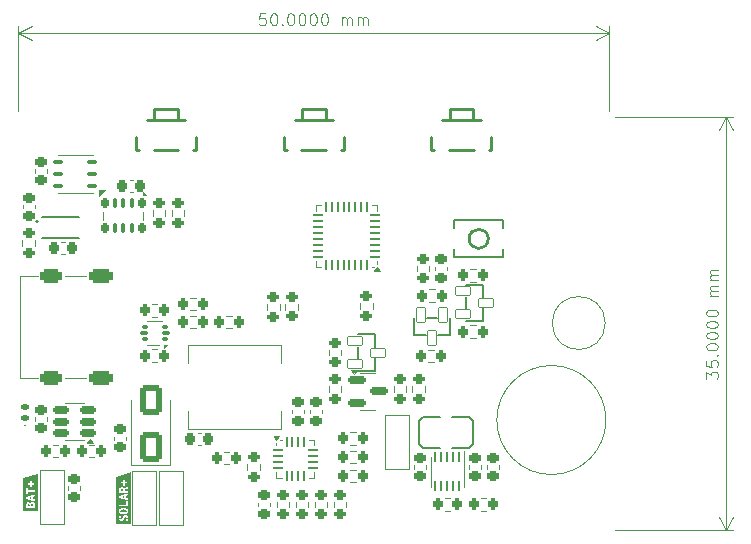
<source format=gto>
G04 #@! TF.GenerationSoftware,KiCad,Pcbnew,8.0.2*
G04 #@! TF.CreationDate,2024-06-16T15:54:46+08:00*
G04 #@! TF.ProjectId,PerpetualClock,50657270-6574-4756-916c-436c6f636b2e,rev?*
G04 #@! TF.SameCoordinates,Original*
G04 #@! TF.FileFunction,Legend,Top*
G04 #@! TF.FilePolarity,Positive*
%FSLAX46Y46*%
G04 Gerber Fmt 4.6, Leading zero omitted, Abs format (unit mm)*
G04 Created by KiCad (PCBNEW 8.0.2) date 2024-06-16 15:54:46*
%MOMM*%
%LPD*%
G01*
G04 APERTURE LIST*
G04 Aperture macros list*
%AMRoundRect*
0 Rectangle with rounded corners*
0 $1 Rounding radius*
0 $2 $3 $4 $5 $6 $7 $8 $9 X,Y pos of 4 corners*
0 Add a 4 corners polygon primitive as box body*
4,1,4,$2,$3,$4,$5,$6,$7,$8,$9,$2,$3,0*
0 Add four circle primitives for the rounded corners*
1,1,$1+$1,$2,$3*
1,1,$1+$1,$4,$5*
1,1,$1+$1,$6,$7*
1,1,$1+$1,$8,$9*
0 Add four rect primitives between the rounded corners*
20,1,$1+$1,$2,$3,$4,$5,0*
20,1,$1+$1,$4,$5,$6,$7,0*
20,1,$1+$1,$6,$7,$8,$9,0*
20,1,$1+$1,$8,$9,$2,$3,0*%
G04 Aperture macros list end*
%ADD10C,0.100000*%
%ADD11C,0.000000*%
%ADD12C,0.120000*%
%ADD13C,0.254000*%
%ADD14C,0.152000*%
%ADD15C,0.152400*%
%ADD16C,0.150000*%
%ADD17R,2.000000X1.200000*%
%ADD18RoundRect,0.062500X-0.062500X0.350000X-0.062500X-0.350000X0.062500X-0.350000X0.062500X0.350000X0*%
%ADD19C,0.700000*%
%ADD20R,0.800000X1.400000*%
%ADD21R,0.800000X1.200000*%
%ADD22O,0.900000X1.200000*%
%ADD23O,0.600000X1.000000*%
%ADD24RoundRect,0.175000X-0.175000X0.275000X-0.175000X-0.275000X0.175000X-0.275000X0.175000X0.275000X0*%
%ADD25RoundRect,0.100000X-0.100000X0.350000X-0.100000X-0.350000X0.100000X-0.350000X0.100000X0.350000X0*%
%ADD26RoundRect,0.225000X-0.250000X0.225000X-0.250000X-0.225000X0.250000X-0.225000X0.250000X0.225000X0*%
%ADD27RoundRect,0.200000X0.275000X-0.200000X0.275000X0.200000X-0.275000X0.200000X-0.275000X-0.200000X0*%
%ADD28RoundRect,0.200000X-0.275000X0.200000X-0.275000X-0.200000X0.275000X-0.200000X0.275000X0.200000X0*%
%ADD29R,1.680000X1.680000*%
%ADD30RoundRect,0.062500X-0.062500X-0.350000X0.062500X-0.350000X0.062500X0.350000X-0.062500X0.350000X0*%
%ADD31RoundRect,0.062500X-0.350000X-0.062500X0.350000X-0.062500X0.350000X0.062500X-0.350000X0.062500X0*%
%ADD32R,1.635000X2.160000*%
%ADD33RoundRect,0.200000X-0.200000X-0.275000X0.200000X-0.275000X0.200000X0.275000X-0.200000X0.275000X0*%
%ADD34RoundRect,0.147500X0.172500X-0.147500X0.172500X0.147500X-0.172500X0.147500X-0.172500X-0.147500X0*%
%ADD35RoundRect,0.225000X-0.225000X-0.250000X0.225000X-0.250000X0.225000X0.250000X-0.225000X0.250000X0*%
%ADD36C,1.017268*%
%ADD37RoundRect,0.150000X-0.587500X-0.150000X0.587500X-0.150000X0.587500X0.150000X-0.587500X0.150000X0*%
%ADD38RoundRect,0.200000X0.200000X0.275000X-0.200000X0.275000X-0.200000X-0.275000X0.200000X-0.275000X0*%
%ADD39RoundRect,0.225000X0.250000X-0.225000X0.250000X0.225000X-0.250000X0.225000X-0.250000X-0.225000X0*%
%ADD40R,3.450000X3.450000*%
%ADD41RoundRect,0.062500X0.062500X0.375000X-0.062500X0.375000X-0.062500X-0.375000X0.062500X-0.375000X0*%
%ADD42RoundRect,0.062500X0.375000X0.062500X-0.375000X0.062500X-0.375000X-0.062500X0.375000X-0.062500X0*%
%ADD43R,1.800000X1.800000*%
%ADD44C,1.800000*%
%ADD45R,1.500000X2.400000*%
%ADD46RoundRect,0.100000X0.300000X0.100000X-0.300000X0.100000X-0.300000X-0.100000X0.300000X-0.100000X0*%
%ADD47RoundRect,0.093750X0.156250X0.093750X-0.156250X0.093750X-0.156250X-0.093750X0.156250X-0.093750X0*%
%ADD48RoundRect,0.075000X0.250000X0.075000X-0.250000X0.075000X-0.250000X-0.075000X0.250000X-0.075000X0*%
%ADD49RoundRect,0.050800X0.350500X-0.624850X0.350500X0.624850X-0.350500X0.624850X-0.350500X-0.624850X0*%
%ADD50R,0.505000X0.280000*%
%ADD51R,1.500000X1.200000*%
%ADD52R,1.600000X1.600000*%
%ADD53C,1.600000*%
%ADD54RoundRect,0.050800X0.624850X0.350500X-0.624850X0.350500X-0.624850X-0.350500X0.624850X-0.350500X0*%
%ADD55R,1.530000X1.360000*%
%ADD56R,2.350000X3.500000*%
%ADD57RoundRect,0.250000X0.650000X-1.000000X0.650000X1.000000X-0.650000X1.000000X-0.650000X-1.000000X0*%
%ADD58RoundRect,0.225000X0.225000X0.250000X-0.225000X0.250000X-0.225000X-0.250000X0.225000X-0.250000X0*%
%ADD59R,1.300000X0.300000*%
%ADD60RoundRect,0.300000X-0.600000X0.300000X-0.600000X-0.300000X0.600000X-0.300000X0.600000X0.300000X0*%
%ADD61RoundRect,0.300000X-0.700000X0.300000X-0.700000X-0.300000X0.700000X-0.300000X0.700000X0.300000X0*%
%ADD62RoundRect,0.150000X0.512500X0.150000X-0.512500X0.150000X-0.512500X-0.150000X0.512500X-0.150000X0*%
G04 APERTURE END LIST*
D10*
X183887419Y-55486665D02*
X183887419Y-54867618D01*
X183887419Y-54867618D02*
X184268371Y-55200951D01*
X184268371Y-55200951D02*
X184268371Y-55058094D01*
X184268371Y-55058094D02*
X184315990Y-54962856D01*
X184315990Y-54962856D02*
X184363609Y-54915237D01*
X184363609Y-54915237D02*
X184458847Y-54867618D01*
X184458847Y-54867618D02*
X184696942Y-54867618D01*
X184696942Y-54867618D02*
X184792180Y-54915237D01*
X184792180Y-54915237D02*
X184839800Y-54962856D01*
X184839800Y-54962856D02*
X184887419Y-55058094D01*
X184887419Y-55058094D02*
X184887419Y-55343808D01*
X184887419Y-55343808D02*
X184839800Y-55439046D01*
X184839800Y-55439046D02*
X184792180Y-55486665D01*
X183887419Y-53962856D02*
X183887419Y-54439046D01*
X183887419Y-54439046D02*
X184363609Y-54486665D01*
X184363609Y-54486665D02*
X184315990Y-54439046D01*
X184315990Y-54439046D02*
X184268371Y-54343808D01*
X184268371Y-54343808D02*
X184268371Y-54105713D01*
X184268371Y-54105713D02*
X184315990Y-54010475D01*
X184315990Y-54010475D02*
X184363609Y-53962856D01*
X184363609Y-53962856D02*
X184458847Y-53915237D01*
X184458847Y-53915237D02*
X184696942Y-53915237D01*
X184696942Y-53915237D02*
X184792180Y-53962856D01*
X184792180Y-53962856D02*
X184839800Y-54010475D01*
X184839800Y-54010475D02*
X184887419Y-54105713D01*
X184887419Y-54105713D02*
X184887419Y-54343808D01*
X184887419Y-54343808D02*
X184839800Y-54439046D01*
X184839800Y-54439046D02*
X184792180Y-54486665D01*
X184792180Y-53486665D02*
X184839800Y-53439046D01*
X184839800Y-53439046D02*
X184887419Y-53486665D01*
X184887419Y-53486665D02*
X184839800Y-53534284D01*
X184839800Y-53534284D02*
X184792180Y-53486665D01*
X184792180Y-53486665D02*
X184887419Y-53486665D01*
X183887419Y-52819999D02*
X183887419Y-52724761D01*
X183887419Y-52724761D02*
X183935038Y-52629523D01*
X183935038Y-52629523D02*
X183982657Y-52581904D01*
X183982657Y-52581904D02*
X184077895Y-52534285D01*
X184077895Y-52534285D02*
X184268371Y-52486666D01*
X184268371Y-52486666D02*
X184506466Y-52486666D01*
X184506466Y-52486666D02*
X184696942Y-52534285D01*
X184696942Y-52534285D02*
X184792180Y-52581904D01*
X184792180Y-52581904D02*
X184839800Y-52629523D01*
X184839800Y-52629523D02*
X184887419Y-52724761D01*
X184887419Y-52724761D02*
X184887419Y-52819999D01*
X184887419Y-52819999D02*
X184839800Y-52915237D01*
X184839800Y-52915237D02*
X184792180Y-52962856D01*
X184792180Y-52962856D02*
X184696942Y-53010475D01*
X184696942Y-53010475D02*
X184506466Y-53058094D01*
X184506466Y-53058094D02*
X184268371Y-53058094D01*
X184268371Y-53058094D02*
X184077895Y-53010475D01*
X184077895Y-53010475D02*
X183982657Y-52962856D01*
X183982657Y-52962856D02*
X183935038Y-52915237D01*
X183935038Y-52915237D02*
X183887419Y-52819999D01*
X183887419Y-51867618D02*
X183887419Y-51772380D01*
X183887419Y-51772380D02*
X183935038Y-51677142D01*
X183935038Y-51677142D02*
X183982657Y-51629523D01*
X183982657Y-51629523D02*
X184077895Y-51581904D01*
X184077895Y-51581904D02*
X184268371Y-51534285D01*
X184268371Y-51534285D02*
X184506466Y-51534285D01*
X184506466Y-51534285D02*
X184696942Y-51581904D01*
X184696942Y-51581904D02*
X184792180Y-51629523D01*
X184792180Y-51629523D02*
X184839800Y-51677142D01*
X184839800Y-51677142D02*
X184887419Y-51772380D01*
X184887419Y-51772380D02*
X184887419Y-51867618D01*
X184887419Y-51867618D02*
X184839800Y-51962856D01*
X184839800Y-51962856D02*
X184792180Y-52010475D01*
X184792180Y-52010475D02*
X184696942Y-52058094D01*
X184696942Y-52058094D02*
X184506466Y-52105713D01*
X184506466Y-52105713D02*
X184268371Y-52105713D01*
X184268371Y-52105713D02*
X184077895Y-52058094D01*
X184077895Y-52058094D02*
X183982657Y-52010475D01*
X183982657Y-52010475D02*
X183935038Y-51962856D01*
X183935038Y-51962856D02*
X183887419Y-51867618D01*
X183887419Y-50915237D02*
X183887419Y-50819999D01*
X183887419Y-50819999D02*
X183935038Y-50724761D01*
X183935038Y-50724761D02*
X183982657Y-50677142D01*
X183982657Y-50677142D02*
X184077895Y-50629523D01*
X184077895Y-50629523D02*
X184268371Y-50581904D01*
X184268371Y-50581904D02*
X184506466Y-50581904D01*
X184506466Y-50581904D02*
X184696942Y-50629523D01*
X184696942Y-50629523D02*
X184792180Y-50677142D01*
X184792180Y-50677142D02*
X184839800Y-50724761D01*
X184839800Y-50724761D02*
X184887419Y-50819999D01*
X184887419Y-50819999D02*
X184887419Y-50915237D01*
X184887419Y-50915237D02*
X184839800Y-51010475D01*
X184839800Y-51010475D02*
X184792180Y-51058094D01*
X184792180Y-51058094D02*
X184696942Y-51105713D01*
X184696942Y-51105713D02*
X184506466Y-51153332D01*
X184506466Y-51153332D02*
X184268371Y-51153332D01*
X184268371Y-51153332D02*
X184077895Y-51105713D01*
X184077895Y-51105713D02*
X183982657Y-51058094D01*
X183982657Y-51058094D02*
X183935038Y-51010475D01*
X183935038Y-51010475D02*
X183887419Y-50915237D01*
X183887419Y-49962856D02*
X183887419Y-49867618D01*
X183887419Y-49867618D02*
X183935038Y-49772380D01*
X183935038Y-49772380D02*
X183982657Y-49724761D01*
X183982657Y-49724761D02*
X184077895Y-49677142D01*
X184077895Y-49677142D02*
X184268371Y-49629523D01*
X184268371Y-49629523D02*
X184506466Y-49629523D01*
X184506466Y-49629523D02*
X184696942Y-49677142D01*
X184696942Y-49677142D02*
X184792180Y-49724761D01*
X184792180Y-49724761D02*
X184839800Y-49772380D01*
X184839800Y-49772380D02*
X184887419Y-49867618D01*
X184887419Y-49867618D02*
X184887419Y-49962856D01*
X184887419Y-49962856D02*
X184839800Y-50058094D01*
X184839800Y-50058094D02*
X184792180Y-50105713D01*
X184792180Y-50105713D02*
X184696942Y-50153332D01*
X184696942Y-50153332D02*
X184506466Y-50200951D01*
X184506466Y-50200951D02*
X184268371Y-50200951D01*
X184268371Y-50200951D02*
X184077895Y-50153332D01*
X184077895Y-50153332D02*
X183982657Y-50105713D01*
X183982657Y-50105713D02*
X183935038Y-50058094D01*
X183935038Y-50058094D02*
X183887419Y-49962856D01*
X184887419Y-48439046D02*
X184220752Y-48439046D01*
X184315990Y-48439046D02*
X184268371Y-48391427D01*
X184268371Y-48391427D02*
X184220752Y-48296189D01*
X184220752Y-48296189D02*
X184220752Y-48153332D01*
X184220752Y-48153332D02*
X184268371Y-48058094D01*
X184268371Y-48058094D02*
X184363609Y-48010475D01*
X184363609Y-48010475D02*
X184887419Y-48010475D01*
X184363609Y-48010475D02*
X184268371Y-47962856D01*
X184268371Y-47962856D02*
X184220752Y-47867618D01*
X184220752Y-47867618D02*
X184220752Y-47724761D01*
X184220752Y-47724761D02*
X184268371Y-47629522D01*
X184268371Y-47629522D02*
X184363609Y-47581903D01*
X184363609Y-47581903D02*
X184887419Y-47581903D01*
X184887419Y-47105713D02*
X184220752Y-47105713D01*
X184315990Y-47105713D02*
X184268371Y-47058094D01*
X184268371Y-47058094D02*
X184220752Y-46962856D01*
X184220752Y-46962856D02*
X184220752Y-46819999D01*
X184220752Y-46819999D02*
X184268371Y-46724761D01*
X184268371Y-46724761D02*
X184363609Y-46677142D01*
X184363609Y-46677142D02*
X184887419Y-46677142D01*
X184363609Y-46677142D02*
X184268371Y-46629523D01*
X184268371Y-46629523D02*
X184220752Y-46534285D01*
X184220752Y-46534285D02*
X184220752Y-46391428D01*
X184220752Y-46391428D02*
X184268371Y-46296189D01*
X184268371Y-46296189D02*
X184363609Y-46248570D01*
X184363609Y-46248570D02*
X184887419Y-46248570D01*
X176160000Y-33320000D02*
X186116420Y-33320000D01*
X176160000Y-68320000D02*
X186116420Y-68320000D01*
X185530000Y-33320000D02*
X185530000Y-68320000D01*
X185530000Y-33320000D02*
X185530000Y-68320000D01*
X185530000Y-33320000D02*
X186116421Y-34446504D01*
X185530000Y-33320000D02*
X184943579Y-34446504D01*
X185530000Y-68320000D02*
X184943579Y-67193496D01*
X185530000Y-68320000D02*
X186116421Y-67193496D01*
X146564762Y-24537419D02*
X146088572Y-24537419D01*
X146088572Y-24537419D02*
X146040953Y-25013609D01*
X146040953Y-25013609D02*
X146088572Y-24965990D01*
X146088572Y-24965990D02*
X146183810Y-24918371D01*
X146183810Y-24918371D02*
X146421905Y-24918371D01*
X146421905Y-24918371D02*
X146517143Y-24965990D01*
X146517143Y-24965990D02*
X146564762Y-25013609D01*
X146564762Y-25013609D02*
X146612381Y-25108847D01*
X146612381Y-25108847D02*
X146612381Y-25346942D01*
X146612381Y-25346942D02*
X146564762Y-25442180D01*
X146564762Y-25442180D02*
X146517143Y-25489800D01*
X146517143Y-25489800D02*
X146421905Y-25537419D01*
X146421905Y-25537419D02*
X146183810Y-25537419D01*
X146183810Y-25537419D02*
X146088572Y-25489800D01*
X146088572Y-25489800D02*
X146040953Y-25442180D01*
X147231429Y-24537419D02*
X147326667Y-24537419D01*
X147326667Y-24537419D02*
X147421905Y-24585038D01*
X147421905Y-24585038D02*
X147469524Y-24632657D01*
X147469524Y-24632657D02*
X147517143Y-24727895D01*
X147517143Y-24727895D02*
X147564762Y-24918371D01*
X147564762Y-24918371D02*
X147564762Y-25156466D01*
X147564762Y-25156466D02*
X147517143Y-25346942D01*
X147517143Y-25346942D02*
X147469524Y-25442180D01*
X147469524Y-25442180D02*
X147421905Y-25489800D01*
X147421905Y-25489800D02*
X147326667Y-25537419D01*
X147326667Y-25537419D02*
X147231429Y-25537419D01*
X147231429Y-25537419D02*
X147136191Y-25489800D01*
X147136191Y-25489800D02*
X147088572Y-25442180D01*
X147088572Y-25442180D02*
X147040953Y-25346942D01*
X147040953Y-25346942D02*
X146993334Y-25156466D01*
X146993334Y-25156466D02*
X146993334Y-24918371D01*
X146993334Y-24918371D02*
X147040953Y-24727895D01*
X147040953Y-24727895D02*
X147088572Y-24632657D01*
X147088572Y-24632657D02*
X147136191Y-24585038D01*
X147136191Y-24585038D02*
X147231429Y-24537419D01*
X147993334Y-25442180D02*
X148040953Y-25489800D01*
X148040953Y-25489800D02*
X147993334Y-25537419D01*
X147993334Y-25537419D02*
X147945715Y-25489800D01*
X147945715Y-25489800D02*
X147993334Y-25442180D01*
X147993334Y-25442180D02*
X147993334Y-25537419D01*
X148660000Y-24537419D02*
X148755238Y-24537419D01*
X148755238Y-24537419D02*
X148850476Y-24585038D01*
X148850476Y-24585038D02*
X148898095Y-24632657D01*
X148898095Y-24632657D02*
X148945714Y-24727895D01*
X148945714Y-24727895D02*
X148993333Y-24918371D01*
X148993333Y-24918371D02*
X148993333Y-25156466D01*
X148993333Y-25156466D02*
X148945714Y-25346942D01*
X148945714Y-25346942D02*
X148898095Y-25442180D01*
X148898095Y-25442180D02*
X148850476Y-25489800D01*
X148850476Y-25489800D02*
X148755238Y-25537419D01*
X148755238Y-25537419D02*
X148660000Y-25537419D01*
X148660000Y-25537419D02*
X148564762Y-25489800D01*
X148564762Y-25489800D02*
X148517143Y-25442180D01*
X148517143Y-25442180D02*
X148469524Y-25346942D01*
X148469524Y-25346942D02*
X148421905Y-25156466D01*
X148421905Y-25156466D02*
X148421905Y-24918371D01*
X148421905Y-24918371D02*
X148469524Y-24727895D01*
X148469524Y-24727895D02*
X148517143Y-24632657D01*
X148517143Y-24632657D02*
X148564762Y-24585038D01*
X148564762Y-24585038D02*
X148660000Y-24537419D01*
X149612381Y-24537419D02*
X149707619Y-24537419D01*
X149707619Y-24537419D02*
X149802857Y-24585038D01*
X149802857Y-24585038D02*
X149850476Y-24632657D01*
X149850476Y-24632657D02*
X149898095Y-24727895D01*
X149898095Y-24727895D02*
X149945714Y-24918371D01*
X149945714Y-24918371D02*
X149945714Y-25156466D01*
X149945714Y-25156466D02*
X149898095Y-25346942D01*
X149898095Y-25346942D02*
X149850476Y-25442180D01*
X149850476Y-25442180D02*
X149802857Y-25489800D01*
X149802857Y-25489800D02*
X149707619Y-25537419D01*
X149707619Y-25537419D02*
X149612381Y-25537419D01*
X149612381Y-25537419D02*
X149517143Y-25489800D01*
X149517143Y-25489800D02*
X149469524Y-25442180D01*
X149469524Y-25442180D02*
X149421905Y-25346942D01*
X149421905Y-25346942D02*
X149374286Y-25156466D01*
X149374286Y-25156466D02*
X149374286Y-24918371D01*
X149374286Y-24918371D02*
X149421905Y-24727895D01*
X149421905Y-24727895D02*
X149469524Y-24632657D01*
X149469524Y-24632657D02*
X149517143Y-24585038D01*
X149517143Y-24585038D02*
X149612381Y-24537419D01*
X150564762Y-24537419D02*
X150660000Y-24537419D01*
X150660000Y-24537419D02*
X150755238Y-24585038D01*
X150755238Y-24585038D02*
X150802857Y-24632657D01*
X150802857Y-24632657D02*
X150850476Y-24727895D01*
X150850476Y-24727895D02*
X150898095Y-24918371D01*
X150898095Y-24918371D02*
X150898095Y-25156466D01*
X150898095Y-25156466D02*
X150850476Y-25346942D01*
X150850476Y-25346942D02*
X150802857Y-25442180D01*
X150802857Y-25442180D02*
X150755238Y-25489800D01*
X150755238Y-25489800D02*
X150660000Y-25537419D01*
X150660000Y-25537419D02*
X150564762Y-25537419D01*
X150564762Y-25537419D02*
X150469524Y-25489800D01*
X150469524Y-25489800D02*
X150421905Y-25442180D01*
X150421905Y-25442180D02*
X150374286Y-25346942D01*
X150374286Y-25346942D02*
X150326667Y-25156466D01*
X150326667Y-25156466D02*
X150326667Y-24918371D01*
X150326667Y-24918371D02*
X150374286Y-24727895D01*
X150374286Y-24727895D02*
X150421905Y-24632657D01*
X150421905Y-24632657D02*
X150469524Y-24585038D01*
X150469524Y-24585038D02*
X150564762Y-24537419D01*
X151517143Y-24537419D02*
X151612381Y-24537419D01*
X151612381Y-24537419D02*
X151707619Y-24585038D01*
X151707619Y-24585038D02*
X151755238Y-24632657D01*
X151755238Y-24632657D02*
X151802857Y-24727895D01*
X151802857Y-24727895D02*
X151850476Y-24918371D01*
X151850476Y-24918371D02*
X151850476Y-25156466D01*
X151850476Y-25156466D02*
X151802857Y-25346942D01*
X151802857Y-25346942D02*
X151755238Y-25442180D01*
X151755238Y-25442180D02*
X151707619Y-25489800D01*
X151707619Y-25489800D02*
X151612381Y-25537419D01*
X151612381Y-25537419D02*
X151517143Y-25537419D01*
X151517143Y-25537419D02*
X151421905Y-25489800D01*
X151421905Y-25489800D02*
X151374286Y-25442180D01*
X151374286Y-25442180D02*
X151326667Y-25346942D01*
X151326667Y-25346942D02*
X151279048Y-25156466D01*
X151279048Y-25156466D02*
X151279048Y-24918371D01*
X151279048Y-24918371D02*
X151326667Y-24727895D01*
X151326667Y-24727895D02*
X151374286Y-24632657D01*
X151374286Y-24632657D02*
X151421905Y-24585038D01*
X151421905Y-24585038D02*
X151517143Y-24537419D01*
X153040953Y-25537419D02*
X153040953Y-24870752D01*
X153040953Y-24965990D02*
X153088572Y-24918371D01*
X153088572Y-24918371D02*
X153183810Y-24870752D01*
X153183810Y-24870752D02*
X153326667Y-24870752D01*
X153326667Y-24870752D02*
X153421905Y-24918371D01*
X153421905Y-24918371D02*
X153469524Y-25013609D01*
X153469524Y-25013609D02*
X153469524Y-25537419D01*
X153469524Y-25013609D02*
X153517143Y-24918371D01*
X153517143Y-24918371D02*
X153612381Y-24870752D01*
X153612381Y-24870752D02*
X153755238Y-24870752D01*
X153755238Y-24870752D02*
X153850477Y-24918371D01*
X153850477Y-24918371D02*
X153898096Y-25013609D01*
X153898096Y-25013609D02*
X153898096Y-25537419D01*
X154374286Y-25537419D02*
X154374286Y-24870752D01*
X154374286Y-24965990D02*
X154421905Y-24918371D01*
X154421905Y-24918371D02*
X154517143Y-24870752D01*
X154517143Y-24870752D02*
X154660000Y-24870752D01*
X154660000Y-24870752D02*
X154755238Y-24918371D01*
X154755238Y-24918371D02*
X154802857Y-25013609D01*
X154802857Y-25013609D02*
X154802857Y-25537419D01*
X154802857Y-25013609D02*
X154850476Y-24918371D01*
X154850476Y-24918371D02*
X154945714Y-24870752D01*
X154945714Y-24870752D02*
X155088571Y-24870752D01*
X155088571Y-24870752D02*
X155183810Y-24918371D01*
X155183810Y-24918371D02*
X155231429Y-25013609D01*
X155231429Y-25013609D02*
X155231429Y-25537419D01*
X125660000Y-32820000D02*
X125660000Y-25593580D01*
X175660000Y-32820000D02*
X175660000Y-25593580D01*
X125660000Y-26180000D02*
X175660000Y-26180000D01*
X125660000Y-26180000D02*
X175660000Y-26180000D01*
X125660000Y-26180000D02*
X126786504Y-25593579D01*
X125660000Y-26180000D02*
X126786504Y-26766421D01*
X175660000Y-26180000D02*
X174533496Y-26766421D01*
X175660000Y-26180000D02*
X174533496Y-25593579D01*
D11*
G36*
X135182619Y-64590258D02*
G01*
X135182619Y-65340351D01*
X135182619Y-65815411D01*
X135182619Y-66659564D01*
X135182619Y-67277498D01*
X135182619Y-67506098D01*
X135182619Y-67754145D01*
X133917381Y-67754145D01*
X133917381Y-67506098D01*
X133917381Y-67242970D01*
X134165428Y-67242970D01*
X134171910Y-67315929D01*
X134191357Y-67377643D01*
X134223769Y-67428112D01*
X134293420Y-67478565D01*
X134385694Y-67495383D01*
X134473205Y-67476333D01*
X134532141Y-67428112D01*
X134571431Y-67363223D01*
X134598816Y-67294167D01*
X134619652Y-67244161D01*
X134644655Y-67198917D01*
X134676206Y-67165579D01*
X134716687Y-67152483D01*
X134751811Y-67157840D01*
X134782767Y-67177486D01*
X134804198Y-67216181D01*
X134811937Y-67277498D01*
X134807770Y-67336881D01*
X134795269Y-67386440D01*
X134759550Y-67463236D01*
X134878612Y-67506098D01*
X134914927Y-67423945D01*
X134929661Y-67359949D01*
X134934572Y-67277498D01*
X134928288Y-67193956D01*
X134909436Y-67125892D01*
X134878017Y-67073306D01*
X134809705Y-67022853D01*
X134717878Y-67006036D01*
X134662365Y-67011096D01*
X134617270Y-67026276D01*
X134550595Y-67078068D01*
X134507733Y-67147125D01*
X134478562Y-67219158D01*
X134460703Y-67264997D01*
X134438677Y-67306668D01*
X134410102Y-67337029D01*
X134372597Y-67348936D01*
X134325633Y-67335971D01*
X134297455Y-67297077D01*
X134288062Y-67232254D01*
X134299969Y-67148315D01*
X134328544Y-67082236D01*
X134215434Y-67039373D01*
X134180906Y-67124503D01*
X134169298Y-67179420D01*
X134165428Y-67242970D01*
X133917381Y-67242970D01*
X133917381Y-66660754D01*
X134165428Y-66660754D01*
X134176210Y-66738013D01*
X134208555Y-66803100D01*
X134262464Y-66856017D01*
X134316824Y-66886750D01*
X134382866Y-66908702D01*
X134460592Y-66921873D01*
X134550000Y-66926264D01*
X134639408Y-66921985D01*
X134717134Y-66909149D01*
X134783176Y-66887754D01*
X134837536Y-66857803D01*
X134891445Y-66805349D01*
X134923790Y-66739269D01*
X134934572Y-66659564D01*
X134923790Y-66581776D01*
X134891445Y-66516689D01*
X134837536Y-66464301D01*
X134783176Y-66434089D01*
X134717134Y-66412509D01*
X134639408Y-66399561D01*
X134550000Y-66395245D01*
X134460592Y-66399487D01*
X134382866Y-66412211D01*
X134316824Y-66433419D01*
X134262464Y-66463111D01*
X134208555Y-66515234D01*
X134176210Y-66581115D01*
X134165428Y-66660754D01*
X133917381Y-66660754D01*
X133917381Y-66130926D01*
X134182097Y-66130926D01*
X134182097Y-66278564D01*
X134919094Y-66278564D01*
X134919094Y-65815411D01*
X134797650Y-65815411D01*
X134797650Y-66130926D01*
X134182097Y-66130926D01*
X133917381Y-66130926D01*
X133917381Y-65387976D01*
X134182097Y-65387976D01*
X134182097Y-65547520D01*
X134263617Y-65572746D01*
X134347445Y-65598419D01*
X134433579Y-65624539D01*
X134522020Y-65651104D01*
X134595244Y-65672488D01*
X134671563Y-65693776D01*
X134750977Y-65714970D01*
X134833488Y-65736067D01*
X134919094Y-65757070D01*
X134919094Y-65604670D01*
X134748834Y-65571333D01*
X134748834Y-65374879D01*
X134919094Y-65340351D01*
X134919094Y-65183189D01*
X134835536Y-65202834D01*
X134754406Y-65222718D01*
X134675706Y-65242839D01*
X134599435Y-65263199D01*
X134525592Y-65283797D01*
X134436035Y-65309730D01*
X134348933Y-65335738D01*
X134264287Y-65361820D01*
X134182097Y-65387976D01*
X133917381Y-65387976D01*
X133917381Y-64917679D01*
X134173762Y-64917679D01*
X134174953Y-64959351D01*
X134177930Y-65009358D01*
X134183883Y-65061150D01*
X134192812Y-65108179D01*
X134919094Y-65108179D01*
X134919094Y-64961733D01*
X134647631Y-64961733D01*
X134647631Y-64885533D01*
X134715050Y-64845200D01*
X134781577Y-64807547D01*
X134848996Y-64773465D01*
X134919094Y-64743848D01*
X134919094Y-64590258D01*
X134841108Y-64624190D01*
X134758955Y-64665267D01*
X134680373Y-64709320D01*
X134611912Y-64752183D01*
X134578277Y-64700093D01*
X134532141Y-64665267D01*
X134476777Y-64645622D01*
X134415459Y-64639073D01*
X134357565Y-64643984D01*
X134307708Y-64658718D01*
X134232103Y-64715273D01*
X134206207Y-64755754D01*
X134188050Y-64803379D01*
X134177334Y-64857553D01*
X134173762Y-64917679D01*
X133917381Y-64917679D01*
X133917381Y-64216401D01*
X134339259Y-64216401D01*
X134339259Y-64342608D01*
X134546428Y-64342608D01*
X134546428Y-64529536D01*
X134666681Y-64529536D01*
X134666681Y-64342608D01*
X134873850Y-64342608D01*
X134873850Y-64216401D01*
X134666681Y-64216401D01*
X134666681Y-64029473D01*
X134546428Y-64029473D01*
X134546428Y-64216401D01*
X134339259Y-64216401D01*
X133917381Y-64216401D01*
X133917381Y-64029473D01*
X133917381Y-63781426D01*
X135182619Y-63401855D01*
X135182619Y-63781426D01*
X135182619Y-64029473D01*
X135182619Y-64216401D01*
X135182619Y-64590258D01*
G37*
G36*
X134601792Y-66545115D02*
G01*
X134650012Y-66548240D01*
X134731570Y-66564909D01*
X134786934Y-66600628D01*
X134807175Y-66660754D01*
X134786934Y-66721476D01*
X134732166Y-66756600D01*
X134650608Y-66773268D01*
X134601941Y-66776394D01*
X134550000Y-66777436D01*
X134498208Y-66776394D01*
X134449987Y-66773268D01*
X134368430Y-66756600D01*
X134313066Y-66721476D01*
X134292825Y-66660754D01*
X134313066Y-66600033D01*
X134367834Y-66564909D01*
X134449392Y-66548240D01*
X134498059Y-66545115D01*
X134550000Y-66544073D01*
X134601792Y-66545115D01*
G37*
G36*
X134627391Y-65543948D02*
G01*
X134551191Y-65529065D01*
X134477967Y-65512397D01*
X134404148Y-65493347D01*
X134324972Y-65471320D01*
X134404148Y-65449293D01*
X134477967Y-65430243D01*
X134551191Y-65414170D01*
X134627391Y-65399883D01*
X134627391Y-65543948D01*
G37*
G36*
X134497017Y-64821239D02*
G01*
X134518895Y-64864994D01*
X134526187Y-64929586D01*
X134526187Y-64961733D01*
X134304731Y-64961733D01*
X134301755Y-64937920D01*
X134301159Y-64917679D01*
X134308005Y-64864994D01*
X134328544Y-64823620D01*
X134363667Y-64796831D01*
X134414269Y-64787901D01*
X134497017Y-64821239D01*
G37*
G36*
X127301475Y-64894502D02*
G01*
X127301475Y-65433855D01*
X127301475Y-66187521D01*
X127301475Y-66392308D01*
X127301475Y-66640355D01*
X126050525Y-66640355D01*
X126050525Y-66392308D01*
X126050525Y-66201808D01*
X126298572Y-66201808D01*
X126303930Y-66300630D01*
X126316431Y-66392308D01*
X127031997Y-66392308D01*
X127041373Y-66340814D01*
X127048070Y-66288724D01*
X127052089Y-66237229D01*
X127053428Y-66187521D01*
X127050600Y-66128734D01*
X127042117Y-66073816D01*
X127026937Y-66024405D01*
X127004017Y-65982138D01*
X126932580Y-65920821D01*
X126882425Y-65903854D01*
X126821256Y-65898199D01*
X126771250Y-65904896D01*
X126723625Y-65924988D01*
X126681953Y-65963832D01*
X126649806Y-66026786D01*
X126585513Y-65958325D01*
X126542055Y-65939126D01*
X126492644Y-65932727D01*
X126423588Y-65943443D01*
X126361080Y-65983924D01*
X126315836Y-66066077D01*
X126302888Y-66126203D01*
X126298572Y-66201808D01*
X126050525Y-66201808D01*
X126050525Y-65481480D01*
X126306906Y-65481480D01*
X126306906Y-65641024D01*
X126388427Y-65666250D01*
X126472254Y-65691923D01*
X126558389Y-65718042D01*
X126646830Y-65744608D01*
X126720053Y-65765992D01*
X126796372Y-65787280D01*
X126875787Y-65808473D01*
X126958297Y-65829571D01*
X127043903Y-65850574D01*
X127043903Y-65698174D01*
X126873644Y-65664836D01*
X126873644Y-65468383D01*
X127043903Y-65433855D01*
X127043903Y-65276692D01*
X126960345Y-65296338D01*
X126879216Y-65316221D01*
X126800516Y-65336343D01*
X126724244Y-65356703D01*
X126650402Y-65377300D01*
X126560844Y-65403234D01*
X126473743Y-65429241D01*
X126389097Y-65455323D01*
X126306906Y-65481480D01*
X126050525Y-65481480D01*
X126050525Y-64700430D01*
X126306906Y-64700430D01*
X126306906Y-65236211D01*
X126428350Y-65236211D01*
X126428350Y-65042139D01*
X127043903Y-65042139D01*
X127043903Y-64894502D01*
X126428350Y-64894502D01*
X126428350Y-64700430D01*
X126306906Y-64700430D01*
X126050525Y-64700430D01*
X126050525Y-64309905D01*
X126464069Y-64309905D01*
X126464069Y-64436111D01*
X126671237Y-64436111D01*
X126671237Y-64623039D01*
X126791491Y-64623039D01*
X126791491Y-64436111D01*
X126998659Y-64436111D01*
X126998659Y-64309905D01*
X126791491Y-64309905D01*
X126791491Y-64122977D01*
X126671237Y-64122977D01*
X126671237Y-64309905D01*
X126464069Y-64309905D01*
X126050525Y-64309905D01*
X126050525Y-64122977D01*
X126050525Y-63874930D01*
X127301475Y-63499645D01*
X127301475Y-63874930D01*
X127301475Y-64122977D01*
X127301475Y-64309905D01*
X127301475Y-64894502D01*
G37*
G36*
X126752200Y-65637452D02*
G01*
X126676000Y-65622569D01*
X126602777Y-65605900D01*
X126528958Y-65586850D01*
X126449781Y-65564824D01*
X126528958Y-65542797D01*
X126602777Y-65523747D01*
X126676000Y-65507674D01*
X126752200Y-65493386D01*
X126752200Y-65637452D01*
G37*
G36*
X126874239Y-66054171D02*
G01*
X126906386Y-66084532D01*
X126921864Y-66126799D01*
X126926031Y-66175614D01*
X126924841Y-66211928D01*
X126921269Y-66245861D01*
X126721244Y-66245861D01*
X126721244Y-66167280D01*
X126744461Y-66076197D01*
X126821256Y-66042264D01*
X126874239Y-66054171D01*
G37*
G36*
X126575392Y-66104177D02*
G01*
X126599800Y-66188711D01*
X126599800Y-66245861D01*
X126430731Y-66245861D01*
X126427159Y-66213714D01*
X126425969Y-66179186D01*
X126428945Y-66139896D01*
X126440852Y-66106558D01*
X126465855Y-66083936D01*
X126508122Y-66075602D01*
X126575392Y-66104177D01*
G37*
D12*
X163348000Y-61600000D02*
X163348000Y-64600000D01*
X160578000Y-62100000D02*
X160578000Y-64600000D01*
D13*
X160620000Y-36129000D02*
X160620000Y-34975000D01*
X160854000Y-36129000D02*
X160620000Y-36129000D01*
X162160000Y-32629000D02*
X162160000Y-33567000D01*
X162160000Y-32629000D02*
X164160000Y-32629000D01*
X163248000Y-33567000D02*
X161541000Y-33567000D01*
X163248000Y-33567000D02*
X164779000Y-33567000D01*
X163248000Y-36129000D02*
X162116000Y-36129000D01*
X163248000Y-36129000D02*
X164204000Y-36129000D01*
X164160000Y-32629000D02*
X164160000Y-33548000D01*
X165466000Y-36129000D02*
X165700000Y-36129000D01*
X165700000Y-36129000D02*
X165700000Y-34975000D01*
X148120000Y-36129000D02*
X148120000Y-34975000D01*
X148354000Y-36129000D02*
X148120000Y-36129000D01*
X149660000Y-32629000D02*
X149660000Y-33567000D01*
X149660000Y-32629000D02*
X151660000Y-32629000D01*
X150748000Y-33567000D02*
X149041000Y-33567000D01*
X150748000Y-33567000D02*
X152279000Y-33567000D01*
X150748000Y-36129000D02*
X149616000Y-36129000D01*
X150748000Y-36129000D02*
X151704000Y-36129000D01*
X151660000Y-32629000D02*
X151660000Y-33548000D01*
X152966000Y-36129000D02*
X153200000Y-36129000D01*
X153200000Y-36129000D02*
X153200000Y-34975000D01*
X135620000Y-36129000D02*
X135620000Y-34975000D01*
X135854000Y-36129000D02*
X135620000Y-36129000D01*
X137160000Y-32629000D02*
X137160000Y-33567000D01*
X137160000Y-32629000D02*
X139160000Y-32629000D01*
X138248000Y-33567000D02*
X136541000Y-33567000D01*
X138248000Y-33567000D02*
X139779000Y-33567000D01*
X138248000Y-36129000D02*
X137116000Y-36129000D01*
X138248000Y-36129000D02*
X139204000Y-36129000D01*
X139160000Y-32629000D02*
X139160000Y-33548000D01*
X140466000Y-36129000D02*
X140700000Y-36129000D01*
X140700000Y-36129000D02*
X140700000Y-34975000D01*
D10*
X175329989Y-50760000D02*
G75*
G02*
X170849211Y-50760000I-2240389J0D01*
G01*
X170849211Y-50760000D02*
G75*
G02*
X175329989Y-50760000I2240389J0D01*
G01*
D12*
X132840000Y-41341250D02*
X132840000Y-42001250D01*
X136240000Y-41341250D02*
X136240000Y-42001250D01*
X136465000Y-39913750D02*
X136185000Y-39913750D01*
X136185000Y-39633750D01*
X136465000Y-39913750D01*
G36*
X136465000Y-39913750D02*
G01*
X136185000Y-39913750D01*
X136185000Y-39633750D01*
X136465000Y-39913750D01*
G37*
X145930000Y-65989420D02*
X145930000Y-66270580D01*
X146950000Y-65989420D02*
X146950000Y-66270580D01*
X137057500Y-41677258D02*
X137057500Y-41202742D01*
X138102500Y-41677258D02*
X138102500Y-41202742D01*
X150755000Y-65892742D02*
X150755000Y-66367258D01*
X151800000Y-65892742D02*
X151800000Y-66367258D01*
X147500000Y-60652500D02*
X147260000Y-60322500D01*
X147740000Y-60322500D01*
X147500000Y-60652500D01*
G36*
X147500000Y-60652500D02*
G01*
X147260000Y-60322500D01*
X147740000Y-60322500D01*
X147500000Y-60652500D01*
G37*
X150720000Y-63872500D02*
X150720000Y-63397500D01*
X150720000Y-60652500D02*
X150720000Y-61127500D01*
X150245000Y-63872500D02*
X150720000Y-63872500D01*
X150245000Y-60652500D02*
X150720000Y-60652500D01*
X147975000Y-63872500D02*
X147500000Y-63872500D01*
X147975000Y-60652500D02*
X147800000Y-60652500D01*
X147500000Y-63872500D02*
X147500000Y-63397500D01*
X147500000Y-61127500D02*
X147500000Y-60892500D01*
D14*
X159567000Y-59047000D02*
X159567000Y-60973000D01*
X159567000Y-60973000D02*
X159915000Y-61318000D01*
X159915000Y-58702000D02*
X159567000Y-59047000D01*
X159915000Y-61318000D02*
X161355000Y-61318000D01*
X161355000Y-58702000D02*
X159915000Y-58702000D01*
X161355000Y-58702000D02*
X161355000Y-58702000D01*
X162371000Y-58702000D02*
X162371000Y-58702000D01*
X162371000Y-58702000D02*
X163811000Y-58702000D01*
X163811000Y-58702000D02*
X164159000Y-59050000D01*
X163811000Y-61318000D02*
X162371000Y-61318000D01*
X164159000Y-59050000D02*
X164159000Y-60970000D01*
X164159000Y-60970000D02*
X163811000Y-61318000D01*
D12*
X160422742Y-47907500D02*
X160897258Y-47907500D01*
X160422742Y-48952500D02*
X160897258Y-48952500D01*
D10*
X126270000Y-59430000D02*
G75*
G02*
X126170000Y-59430000I-50000J0D01*
G01*
X126170000Y-59430000D02*
G75*
G02*
X126270000Y-59430000I50000J0D01*
G01*
D12*
X147530000Y-66367258D02*
X147530000Y-65892742D01*
X148575000Y-66367258D02*
X148575000Y-65892742D01*
X135069420Y-38611250D02*
X135350580Y-38611250D01*
X135069420Y-39631250D02*
X135350580Y-39631250D01*
X155217500Y-54985000D02*
X154567500Y-54985000D01*
X155217500Y-54985000D02*
X155867500Y-54985000D01*
X155217500Y-58105000D02*
X154567500Y-58105000D01*
X155217500Y-58105000D02*
X155867500Y-58105000D01*
X154055000Y-55035000D02*
X153815000Y-54705000D01*
X154295000Y-54705000D01*
X154055000Y-55035000D01*
G36*
X154055000Y-55035000D02*
G01*
X153815000Y-54705000D01*
X154295000Y-54705000D01*
X154055000Y-55035000D01*
G37*
X154601500Y-49559258D02*
X154601500Y-49084742D01*
X155646500Y-49559258D02*
X155646500Y-49084742D01*
X140202742Y-50167500D02*
X140677258Y-50167500D01*
X140202742Y-51212500D02*
X140677258Y-51212500D01*
X153727742Y-63167500D02*
X154202258Y-63167500D01*
X153727742Y-64212500D02*
X154202258Y-64212500D01*
X129027258Y-61092500D02*
X128552742Y-61092500D01*
X129027258Y-62137500D02*
X128552742Y-62137500D01*
X133760000Y-60650580D02*
X133760000Y-60369420D01*
X134780000Y-60650580D02*
X134780000Y-60369420D01*
X156280000Y-46342500D02*
X155800000Y-46342500D01*
X156040000Y-46012500D01*
X156280000Y-46342500D01*
G36*
X156280000Y-46342500D02*
G01*
X155800000Y-46342500D01*
X156040000Y-46012500D01*
X156280000Y-46342500D01*
G37*
X156040000Y-45537500D02*
X156040000Y-45772500D01*
X156040000Y-40792500D02*
X156040000Y-41267500D01*
X155565000Y-46012500D02*
X155740000Y-46012500D01*
X155565000Y-40792500D02*
X156040000Y-40792500D01*
X151295000Y-46012500D02*
X150820000Y-46012500D01*
X151295000Y-40792500D02*
X150820000Y-40792500D01*
X150820000Y-46012500D02*
X150820000Y-45537500D01*
X150820000Y-40792500D02*
X150820000Y-41267500D01*
X137571000Y-63264000D02*
X139603000Y-63264000D01*
X137571000Y-67836000D02*
X137571000Y-63264000D01*
X139603000Y-63264000D02*
X139603000Y-63391000D01*
X139603000Y-63391000D02*
X139603000Y-67836000D01*
X139603000Y-67836000D02*
X137571000Y-67836000D01*
X146727500Y-49152742D02*
X146727500Y-49627258D01*
X147772500Y-49152742D02*
X147772500Y-49627258D01*
X157457500Y-56567258D02*
X157457500Y-56092742D01*
X158502500Y-56567258D02*
X158502500Y-56092742D01*
X132485000Y-40000000D02*
X132485000Y-39520000D01*
X132965000Y-39520000D01*
X132485000Y-40000000D01*
G36*
X132485000Y-40000000D02*
G01*
X132485000Y-39520000D01*
X132965000Y-39520000D01*
X132485000Y-40000000D01*
G37*
X131975000Y-39770000D02*
X128975000Y-39770000D01*
X131975000Y-36550000D02*
X128975000Y-36550000D01*
X151937500Y-53482258D02*
X151937500Y-53007742D01*
X152982500Y-53482258D02*
X152982500Y-53007742D01*
X165267258Y-65587500D02*
X164792742Y-65587500D01*
X165267258Y-66632500D02*
X164792742Y-66632500D01*
X136540000Y-50610000D02*
X137840000Y-50610000D01*
X136540000Y-52590000D02*
X137590000Y-52590000D01*
X137960000Y-52870000D02*
X137960000Y-52590000D01*
X138240000Y-52590000D01*
X137960000Y-52870000D01*
G36*
X137960000Y-52870000D02*
G01*
X137960000Y-52590000D01*
X138240000Y-52590000D01*
X137960000Y-52870000D01*
G37*
X145037500Y-63167258D02*
X145037500Y-62692742D01*
X146082500Y-63167258D02*
X146082500Y-62692742D01*
X164392258Y-46207500D02*
X163917742Y-46207500D01*
X164392258Y-47252500D02*
X163917742Y-47252500D01*
X143232742Y-50157500D02*
X143707258Y-50157500D01*
X143232742Y-51202500D02*
X143707258Y-51202500D01*
X148257500Y-49142742D02*
X148257500Y-49617258D01*
X149302500Y-49142742D02*
X149302500Y-49617258D01*
X163917742Y-50957500D02*
X164392258Y-50957500D01*
X163917742Y-52002500D02*
X164392258Y-52002500D01*
X149142500Y-65892742D02*
X149142500Y-66367258D01*
X150187500Y-65892742D02*
X150187500Y-66367258D01*
X165323000Y-62809420D02*
X165323000Y-63090580D01*
X166343000Y-62809420D02*
X166343000Y-63090580D01*
D15*
X159153500Y-50319400D02*
X159153500Y-51772200D01*
X159153500Y-51772200D02*
X160184700Y-51772200D01*
X160225300Y-50319400D02*
X161134700Y-50319400D01*
X162206500Y-50319400D02*
X162206500Y-51772200D01*
X162206500Y-51772200D02*
X161175300Y-51772200D01*
D12*
X160837258Y-53047500D02*
X160362742Y-53047500D01*
X160837258Y-54092500D02*
X160362742Y-54092500D01*
X129496000Y-67806000D02*
X127464000Y-67806000D01*
X129496000Y-63361000D02*
X129496000Y-67806000D01*
X129496000Y-63234000D02*
X129496000Y-63361000D01*
X127464000Y-67806000D02*
X127464000Y-63234000D01*
X127464000Y-63234000D02*
X129496000Y-63234000D01*
X125997500Y-44207258D02*
X125997500Y-43732742D01*
X127042500Y-44207258D02*
X127042500Y-43732742D01*
X136952742Y-49167500D02*
X137427258Y-49167500D01*
X136952742Y-50212500D02*
X137427258Y-50212500D01*
X162220258Y-65587500D02*
X161745742Y-65587500D01*
X162220258Y-66632500D02*
X161745742Y-66632500D01*
X154202258Y-61587500D02*
X153727742Y-61587500D01*
X154202258Y-62632500D02*
X153727742Y-62632500D01*
X159007500Y-56092742D02*
X159007500Y-56567258D01*
X160052500Y-56092742D02*
X160052500Y-56567258D01*
X148780000Y-58395580D02*
X148780000Y-58114420D01*
X149800000Y-58395580D02*
X149800000Y-58114420D01*
D14*
X127629250Y-41774000D02*
X130781250Y-41774000D01*
X127629250Y-43526000D02*
X130781250Y-43526000D01*
D16*
X127300250Y-42150000D02*
G75*
G02*
X127150250Y-42150000I-75000J0D01*
G01*
X127150250Y-42150000D02*
G75*
G02*
X127300250Y-42150000I75000J0D01*
G01*
D12*
X127060000Y-58744420D02*
X127060000Y-59025580D01*
X128080000Y-58744420D02*
X128080000Y-59025580D01*
X143517258Y-61657500D02*
X143042742Y-61657500D01*
X143517258Y-62702500D02*
X143042742Y-62702500D01*
X151937500Y-56567258D02*
X151937500Y-56092742D01*
X152982500Y-56567258D02*
X152982500Y-56092742D01*
X175400000Y-58970000D02*
G75*
G02*
X166160000Y-58970000I-4620000J0D01*
G01*
X166160000Y-58970000D02*
G75*
G02*
X175400000Y-58970000I4620000J0D01*
G01*
X160920000Y-45994420D02*
X160920000Y-46275580D01*
X161940000Y-45994420D02*
X161940000Y-46275580D01*
D15*
X163549250Y-47503500D02*
X165002050Y-47503500D01*
X163549250Y-49484700D02*
X163549250Y-48575300D01*
X163549250Y-50556500D02*
X165002050Y-50556500D01*
X165002050Y-47503500D02*
X165002050Y-48534700D01*
X165002050Y-50556500D02*
X165002050Y-49525300D01*
D12*
X150330000Y-58390580D02*
X150330000Y-58109420D01*
X151350000Y-58390580D02*
X151350000Y-58109420D01*
X140202742Y-48627500D02*
X140677258Y-48627500D01*
X140202742Y-49672500D02*
X140677258Y-49672500D01*
D14*
X162549000Y-42054000D02*
X162549000Y-42747000D01*
X162549000Y-45206000D02*
X162549000Y-44513000D01*
X166701000Y-42054000D02*
X162549000Y-42054000D01*
X166701000Y-42054000D02*
X166701000Y-42747000D01*
X166701000Y-45206000D02*
X162549000Y-45206000D01*
X166701000Y-45206000D02*
X166701000Y-44513000D01*
D13*
X165438000Y-43630000D02*
G75*
G02*
X163812000Y-43630000I-813000J0D01*
G01*
X163812000Y-43630000D02*
G75*
G02*
X165438000Y-43630000I813000J0D01*
G01*
D12*
X137427258Y-52987500D02*
X136952742Y-52987500D01*
X137427258Y-54032500D02*
X136952742Y-54032500D01*
X140045000Y-52620000D02*
X140045000Y-54170000D01*
X140045000Y-52620000D02*
X147865000Y-52620000D01*
X140045000Y-59740000D02*
X140045000Y-58190000D01*
X140045000Y-59740000D02*
X147865000Y-59740000D01*
X147865000Y-52620000D02*
X147865000Y-54170000D01*
X147865000Y-59740000D02*
X147865000Y-58190000D01*
X138617500Y-41677258D02*
X138617500Y-41202742D01*
X139662500Y-41677258D02*
X139662500Y-41202742D01*
X154202258Y-60007500D02*
X153727742Y-60007500D01*
X154202258Y-61052500D02*
X153727742Y-61052500D01*
X127050000Y-38040580D02*
X127050000Y-37759420D01*
X128070000Y-38040580D02*
X128070000Y-37759420D01*
X135281000Y-63264000D02*
X137313000Y-63264000D01*
X135281000Y-67836000D02*
X135281000Y-63264000D01*
X137313000Y-63264000D02*
X137313000Y-63391000D01*
X137313000Y-63391000D02*
X137313000Y-67836000D01*
X137313000Y-67836000D02*
X135281000Y-67836000D01*
X159367500Y-45907742D02*
X159367500Y-46382258D01*
X160412500Y-45907742D02*
X160412500Y-46382258D01*
X135190000Y-62770000D02*
X135190000Y-57260000D01*
X135190000Y-62770000D02*
X138490000Y-62770000D01*
X138490000Y-62770000D02*
X138490000Y-57260000D01*
X152367500Y-66367258D02*
X152367500Y-65892742D01*
X153412500Y-66367258D02*
X153412500Y-65892742D01*
X140829420Y-60080000D02*
X141110580Y-60080000D01*
X140829420Y-61100000D02*
X141110580Y-61100000D01*
X129570580Y-43920000D02*
X129289420Y-43920000D01*
X129570580Y-44940000D02*
X129289420Y-44940000D01*
X131415000Y-55392000D02*
X129637000Y-55392000D01*
X131415000Y-46756000D02*
X129637000Y-46756000D01*
X127351000Y-55392000D02*
X125827000Y-55392000D01*
X125827000Y-55392000D02*
X125827000Y-47010000D01*
X125827000Y-47010000D02*
X125827000Y-46756000D01*
X125827000Y-46756000D02*
X127351000Y-46756000D01*
X130420000Y-57545000D02*
X129620000Y-57545000D01*
X130420000Y-57545000D02*
X131220000Y-57545000D01*
X130420000Y-60665000D02*
X129620000Y-60665000D01*
X130420000Y-60665000D02*
X131220000Y-60665000D01*
X131960000Y-60945000D02*
X131480000Y-60945000D01*
X131720000Y-60615000D01*
X131960000Y-60945000D01*
G36*
X131960000Y-60945000D02*
G01*
X131480000Y-60945000D01*
X131720000Y-60615000D01*
X131960000Y-60945000D01*
G37*
X163773000Y-62809420D02*
X163773000Y-63090580D01*
X164793000Y-62809420D02*
X164793000Y-63090580D01*
X159123000Y-62819420D02*
X159123000Y-63100580D01*
X160143000Y-62819420D02*
X160143000Y-63100580D01*
X130880000Y-64589420D02*
X130880000Y-64870580D01*
X129860000Y-64589420D02*
X129860000Y-64870580D01*
D15*
X154413600Y-51728500D02*
X155866400Y-51728500D01*
X154413600Y-53709700D02*
X154413600Y-52800300D01*
X154413600Y-54781500D02*
X155866400Y-54781500D01*
X155866400Y-51728500D02*
X155866400Y-52759700D01*
X155866400Y-54781500D02*
X155866400Y-53750300D01*
D12*
X156727000Y-58564000D02*
X158759000Y-58564000D01*
X156727000Y-63009000D02*
X156727000Y-58564000D01*
X156727000Y-63136000D02*
X156727000Y-63009000D01*
X158759000Y-58564000D02*
X158759000Y-63136000D01*
X158759000Y-63136000D02*
X156727000Y-63136000D01*
X126010000Y-41060580D02*
X126010000Y-40779420D01*
X127030000Y-41060580D02*
X127030000Y-40779420D01*
X131602742Y-61092500D02*
X132077258Y-61092500D01*
X131602742Y-62137500D02*
X132077258Y-62137500D01*
%LPC*%
D17*
X161963000Y-63350000D03*
D18*
X162963000Y-64562500D03*
X162463000Y-64562500D03*
X161963000Y-64562500D03*
X161463000Y-64562500D03*
X160963000Y-64562500D03*
X160963000Y-62137500D03*
X161463000Y-62137500D03*
X161963000Y-62137500D03*
X162463000Y-62137500D03*
X162963000Y-62137500D03*
D19*
X162310000Y-34779000D03*
X164010000Y-34779000D03*
D20*
X161485000Y-35978000D03*
X164835000Y-35978000D03*
D21*
X160910000Y-34144000D03*
X165410000Y-34144000D03*
D19*
X149810000Y-34779000D03*
X151510000Y-34779000D03*
D20*
X148985000Y-35978000D03*
X152335000Y-35978000D03*
D21*
X148410000Y-34144000D03*
X152910000Y-34144000D03*
D19*
X137310000Y-34779000D03*
X139010000Y-34779000D03*
D20*
X136485000Y-35978000D03*
X139835000Y-35978000D03*
D21*
X135910000Y-34144000D03*
X140410000Y-34144000D03*
D22*
X173080000Y-50760000D03*
D23*
X171880000Y-50760000D03*
D24*
X136090000Y-40621250D03*
D25*
X135240000Y-40621250D03*
X134540000Y-40621250D03*
X133840000Y-40621250D03*
D24*
X132990000Y-40621250D03*
X132990000Y-42721250D03*
D25*
X133840000Y-42721250D03*
X134540000Y-42721250D03*
X135240000Y-42721250D03*
D24*
X136090000Y-42721250D03*
D26*
X146440000Y-65355000D03*
X146440000Y-66905000D03*
D27*
X137580000Y-42265000D03*
X137580000Y-40615000D03*
D28*
X151277500Y-65305000D03*
X151277500Y-66955000D03*
D29*
X149110000Y-62262500D03*
D30*
X148360000Y-60800000D03*
X148860000Y-60800000D03*
X149360000Y-60800000D03*
X149860000Y-60800000D03*
D31*
X150572500Y-61512500D03*
X150572500Y-62012500D03*
X150572500Y-62512500D03*
X150572500Y-63012500D03*
D30*
X149860000Y-63725000D03*
X149360000Y-63725000D03*
X148860000Y-63725000D03*
X148360000Y-63725000D03*
D31*
X147647500Y-63012500D03*
X147647500Y-62512500D03*
X147647500Y-62012500D03*
X147647500Y-61512500D03*
D32*
X163031000Y-60010000D03*
X160695000Y-60010000D03*
D33*
X159835000Y-48430000D03*
X161485000Y-48430000D03*
D34*
X126220000Y-58825000D03*
X126220000Y-57855000D03*
D27*
X148052500Y-66955000D03*
X148052500Y-65305000D03*
D35*
X134435000Y-39121250D03*
X135985000Y-39121250D03*
D36*
X160949200Y-43544600D03*
D37*
X154280000Y-55595000D03*
X154280000Y-57495000D03*
X156155000Y-56545000D03*
D27*
X155124000Y-50147000D03*
X155124000Y-48497000D03*
D33*
X139615000Y-50690000D03*
X141265000Y-50690000D03*
X153140000Y-63690000D03*
X154790000Y-63690000D03*
D38*
X129615000Y-61615000D03*
X127965000Y-61615000D03*
D39*
X134270000Y-61285000D03*
X134270000Y-59735000D03*
D40*
X153430000Y-43402500D03*
D41*
X155180000Y-45840000D03*
X154680000Y-45840000D03*
X154180000Y-45840000D03*
X153680000Y-45840000D03*
X153180000Y-45840000D03*
X152680000Y-45840000D03*
X152180000Y-45840000D03*
X151680000Y-45840000D03*
D42*
X150992500Y-45152500D03*
X150992500Y-44652500D03*
X150992500Y-44152500D03*
X150992500Y-43652500D03*
X150992500Y-43152500D03*
X150992500Y-42652500D03*
X150992500Y-42152500D03*
X150992500Y-41652500D03*
D41*
X151680000Y-40965000D03*
X152180000Y-40965000D03*
X152680000Y-40965000D03*
X153180000Y-40965000D03*
X153680000Y-40965000D03*
X154180000Y-40965000D03*
X154680000Y-40965000D03*
X155180000Y-40965000D03*
D42*
X155867500Y-41652500D03*
X155867500Y-42152500D03*
X155867500Y-42652500D03*
X155867500Y-43152500D03*
X155867500Y-43652500D03*
X155867500Y-44152500D03*
X155867500Y-44652500D03*
X155867500Y-45152500D03*
D43*
X138587000Y-64280000D03*
D44*
X138587000Y-66820000D03*
D28*
X147250000Y-48565000D03*
X147250000Y-50215000D03*
D27*
X157980000Y-57155000D03*
X157980000Y-55505000D03*
D45*
X130475000Y-38160000D03*
D46*
X129025000Y-39160000D03*
X129025000Y-38160000D03*
X129025000Y-37160000D03*
X131925000Y-37160000D03*
X131925000Y-38160000D03*
X131925000Y-39160000D03*
D27*
X152460000Y-54070000D03*
X152460000Y-52420000D03*
D38*
X165855000Y-66110000D03*
X164205000Y-66110000D03*
D47*
X138040000Y-52137500D03*
D48*
X138115000Y-51600000D03*
D47*
X138040000Y-51062500D03*
X136340000Y-51062500D03*
D48*
X136265000Y-51600000D03*
D47*
X136340000Y-52137500D03*
D27*
X145560000Y-63755000D03*
X145560000Y-62105000D03*
D38*
X164980000Y-46730000D03*
X163330000Y-46730000D03*
D36*
X148800000Y-47040000D03*
D33*
X142645000Y-50680000D03*
X144295000Y-50680000D03*
D28*
X148780000Y-48555000D03*
X148780000Y-50205000D03*
D33*
X163330000Y-51480000D03*
X164980000Y-51480000D03*
D36*
X145740000Y-50460000D03*
D28*
X149665000Y-65305000D03*
X149665000Y-66955000D03*
D26*
X165833000Y-62175000D03*
X165833000Y-63725000D03*
D49*
X161630000Y-50045000D03*
X159730000Y-50045000D03*
X160680000Y-52046600D03*
D38*
X161425000Y-53570000D03*
X159775000Y-53570000D03*
D44*
X128480000Y-66790000D03*
D43*
X128480000Y-64250000D03*
D27*
X126520000Y-44795000D03*
X126520000Y-43145000D03*
D33*
X136365000Y-49690000D03*
X138015000Y-49690000D03*
D36*
X157664000Y-44750000D03*
D38*
X162808000Y-66110000D03*
X161158000Y-66110000D03*
X154790000Y-62110000D03*
X153140000Y-62110000D03*
D28*
X159530000Y-55505000D03*
X159530000Y-57155000D03*
D39*
X149290000Y-59030000D03*
X149290000Y-57480000D03*
D50*
X127778250Y-42150000D03*
X127778250Y-42650000D03*
X127778250Y-43150000D03*
X130632250Y-43150000D03*
X130632250Y-42650000D03*
X130632250Y-42150000D03*
D51*
X129205250Y-42650000D03*
D26*
X127570000Y-58110000D03*
X127570000Y-59660000D03*
D38*
X144105000Y-62180000D03*
X142455000Y-62180000D03*
D27*
X152460000Y-57155000D03*
X152460000Y-55505000D03*
D52*
X170780000Y-60970000D03*
D53*
X170780000Y-56970000D03*
D26*
X161430000Y-45360000D03*
X161430000Y-46910000D03*
D36*
X129927200Y-56662600D03*
X147230000Y-47050000D03*
D54*
X163274850Y-48080000D03*
X163274850Y-49980000D03*
X165276450Y-49030000D03*
D39*
X150840000Y-59025000D03*
X150840000Y-57475000D03*
D33*
X139615000Y-49150000D03*
X141265000Y-49150000D03*
D55*
X162590000Y-43630000D03*
X166660000Y-43630000D03*
D38*
X138015000Y-53510000D03*
X136365000Y-53510000D03*
D56*
X140930000Y-56180000D03*
X146980000Y-56180000D03*
D27*
X139140000Y-42265000D03*
X139140000Y-40615000D03*
D38*
X154790000Y-60530000D03*
X153140000Y-60530000D03*
D39*
X127560000Y-38675000D03*
X127560000Y-37125000D03*
D43*
X136297000Y-64280000D03*
D44*
X136297000Y-66820000D03*
D28*
X159890000Y-45320000D03*
X159890000Y-46970000D03*
D57*
X136840000Y-61260000D03*
X136840000Y-57260000D03*
D27*
X152890000Y-66955000D03*
X152890000Y-65305000D03*
D35*
X140195000Y-60590000D03*
X141745000Y-60590000D03*
D58*
X130205000Y-44430000D03*
X128655000Y-44430000D03*
D59*
X133678010Y-48026000D03*
X133678110Y-48835880D03*
X133677990Y-49325920D03*
X133678010Y-50325920D03*
X133677990Y-51826040D03*
X133677990Y-52826040D03*
X133678060Y-53315960D03*
X133678090Y-54125890D03*
X133678110Y-54477600D03*
X133678110Y-53625960D03*
X133677990Y-52325660D03*
X133678010Y-51325920D03*
X133677990Y-50826050D03*
X133677990Y-49826050D03*
X133678040Y-48515970D03*
X133678010Y-47675990D03*
D60*
X128429530Y-55395960D03*
D61*
X132609520Y-55395960D03*
D60*
X128429530Y-46756000D03*
D61*
X132609520Y-46756000D03*
D62*
X131557500Y-60055000D03*
X131557500Y-59105000D03*
X131557500Y-58155000D03*
X129282500Y-58155000D03*
X129282500Y-59105000D03*
X129282500Y-60055000D03*
D26*
X164283000Y-62175000D03*
X164283000Y-63725000D03*
X159633000Y-62185000D03*
X159633000Y-63735000D03*
X130370000Y-65505000D03*
X130370000Y-63955000D03*
D36*
X142932000Y-46274000D03*
D54*
X154139200Y-52305000D03*
X154139200Y-54205000D03*
X156140800Y-53255000D03*
D43*
X157743000Y-62120000D03*
D44*
X157743000Y-59580000D03*
D36*
X166929200Y-64894600D03*
D39*
X126520000Y-41695000D03*
X126520000Y-40145000D03*
D33*
X131015000Y-61615000D03*
X132665000Y-61615000D03*
%LPD*%
M02*

</source>
